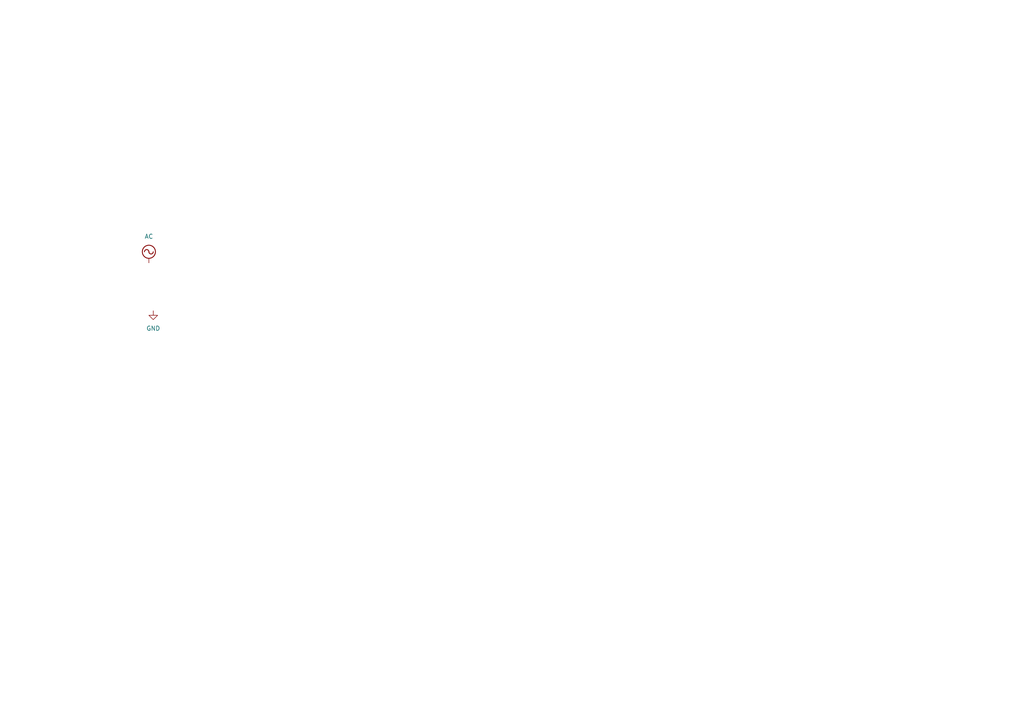
<source format=kicad_sch>
(kicad_sch (version 20231120) (generator "eeschema") (generator_version "8.0")
  (paper "A4")
  (lib_symbols
    (symbol "power:AC" (power) (pin_numbers hide) (pin_names (offset 0) hide)
      (property "Value" "AC" (at 0 6.35 0))
      (symbol "AC_0_1"
        (polyline (pts (xy 0 0) (xy 0 1.27)))
        (arc (start 0 3.175) (mid -0.635 3.8073) (end -1.27 3.175) (stroke (width 0.254)))
        (arc (start 0 3.175) (mid 0.635 2.5427) (end 1.27 3.175) (stroke (width 0.254)))
        (circle (center 0 3.175) (radius 1.905) (stroke (width 0.254)))
      )
      (symbol "AC_1_1"
        (pin power_in line (at 0 0 90) (length 0) (name "~") (number "1"))
      )
    )
    (symbol "power:GND" (power) (pin_numbers hide) (pin_names (offset 0) hide)
      (property "Value" "GND" (at 0 -3.81 0))
      (symbol "GND_0_1"
        (polyline (pts (xy 0 0) (xy 0 -1.27) (xy 1.27 -1.27) (xy 0 -2.54) (xy -1.27 -1.27) (xy 0 -1.27)))
      )
      (symbol "GND_1_1"
        (pin power_in line (at 0 0 270) (length 0) (name "~") (number "1"))
      )
    )
  )
  (symbol (lib_id "power:AC") (at 43.18 76.2 0) (unit 1)
    (property "Reference" "#PWR02" (effects (hide yes)))
    (property "Value" "AC" (at 43.18 68.58 0))
    (property "Description" "Power symbol creates a global label with name \"AC\"" (effects (hide yes)))
  )
  (symbol (lib_id "power:GND") (at 44.45 90.17 0) (unit 1)
    (property "Reference" "#PWR01" (effects (hide yes)))
    (property "Value" "GND" (at 44.45 95.25 0))
    (property "Description" "Power symbol creates a global label with name \"GND\" , ground" (effects (hide yes)))
  )
)
</source>
